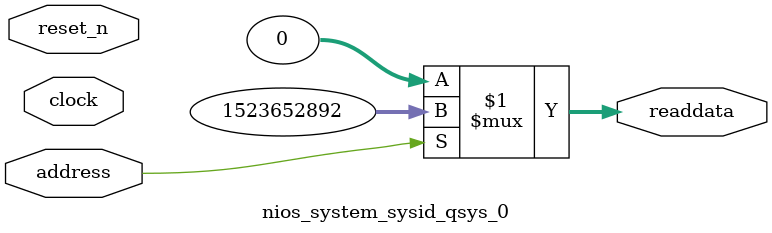
<source format=v>

`timescale 1ns / 1ps
// synthesis translate_on

// turn off superfluous verilog processor warnings 
// altera message_level Level1 
// altera message_off 10034 10035 10036 10037 10230 10240 10030 

module nios_system_sysid_qsys_0 (
               // inputs:
                address,
                clock,
                reset_n,

               // outputs:
                readdata
             )
;

  output  [ 31: 0] readdata;
  input            address;
  input            clock;
  input            reset_n;

  wire    [ 31: 0] readdata;
  //control_slave, which is an e_avalon_slave
  assign readdata = address ? 1523652892 : 0;

endmodule




</source>
